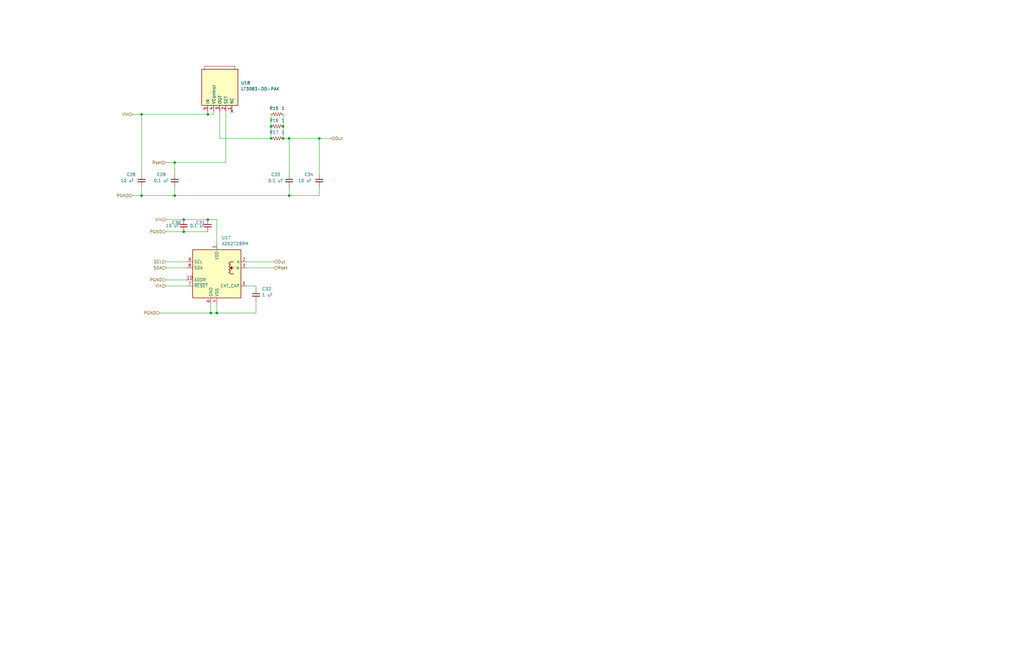
<source format=kicad_sch>
(kicad_sch (version 20211123) (generator eeschema)
  (paper "B")
  (title_block (title "BUM2 LED Controller") (date "2023-01-10") (rev "A"))
  (lib_symbols
    (symbol "BUMP-Strobe-rescue:C_Small-SPC-Control-rescue-DeathStar-rescue" (pin_numbers hide) (pin_names (offset 0.254) hide)
      (property "Reference" "C" (at 0.254 1.778 0))
      (property "Value" "C_Small-SPC-Control-rescue-DeathStar-rescue" (at 0.254 -2.032 0))
      (symbol "C_Small-SPC-Control-rescue-DeathStar-rescue_0_1"
        (polyline (pts (xy -1.524 -0.508) (xy 1.524 -0.508)) (stroke (width 0.3302)))
        (polyline (pts (xy -1.524 0.508) (xy 1.524 0.508)) (stroke (width 0.3048)))
      )
      (symbol "C_Small-SPC-Control-rescue-DeathStar-rescue_1_1"
        (pin passive line (at 0 2.54 270) (length 2.032) (name "~") (number "1"))
        (pin passive line (at 0 -2.54 90) (length 2.032) (name "~") (number "2"))
      )
    )
    (symbol "Device:C_Small" (pin_numbers hide) (pin_names (offset 0.254) hide)
      (property "Reference" "C" (at 0.254 1.778 0))
      (property "Value" "C_Small" (at 0.254 -2.032 0))
      (symbol "C_Small_0_1"
        (polyline (pts (xy -1.524 -0.508) (xy 1.524 -0.508)) (stroke (width 0.3302)))
        (polyline (pts (xy -1.524 0.508) (xy 1.524 0.508)) (stroke (width 0.3048)))
      )
      (symbol "C_Small_1_1"
        (pin passive line (at 0 2.54 270) (length 2.032) (name "~") (number "1"))
        (pin passive line (at 0 -2.54 90) (length 2.032) (name "~") (number "2"))
      )
    )
    (symbol "Dual-Mag-Camera-Control-rescue:C_Small-SPC-Control-rescue" (pin_numbers hide) (pin_names (offset 0.254) hide)
      (property "Reference" "C" (at 0.254 1.778 0))
      (property "Value" "C_Small-SPC-Control-rescue" (at 0.254 -2.032 0))
      (symbol "C_Small-SPC-Control-rescue_0_1"
        (polyline (pts (xy -1.524 -0.508) (xy 1.524 -0.508)) (stroke (width 0.3302)))
        (polyline (pts (xy -1.524 0.508) (xy 1.524 0.508)) (stroke (width 0.3048)))
      )
      (symbol "C_Small-SPC-Control-rescue_1_1"
        (pin passive line (at 0 2.54 270) (length 2.032) (name "~") (number "1"))
        (pin passive line (at 0 -2.54 90) (length 2.032) (name "~") (number "2"))
      )
    )
    (symbol "Potentiometer_Digital:AD5272BRM"
      (property "Reference" "U" (at -10.16 11.43 0))
      (property "Value" "AD5272BRM" (at 2.54 11.43 0))
      (symbol "AD5272BRM_0_1"
        (rectangle (start -10.16 10.16) (end 10.16 -10.16) (stroke (width 0.254)) (fill (type background)))
        (polyline (pts (xy 6.985 2.54) (xy 6.35 2.54) (xy 5.715 2.54) (xy 6.35 3.175) (xy 6.35 1.905) (xy 5.715 2.54)) (stroke (width 0.254)) (fill (type outline)))
        (polyline (pts (xy 6.985 5.08) (xy 5.715 5.08) (xy 5.08 4.445) (xy 5.715 3.81) (xy 5.08 3.175) (xy 5.715 2.54) (xy 5.08 1.905) (xy 5.715 1.27) (xy 5.08 0.635) (xy 5.715 0) (xy 6.985 0)) (stroke (width 0.254)))
      )
      (symbol "AD5272BRM_1_1"
        (pin power_in line (at 0 12.7 270) (length 2.54) (name "VDD") (number "1"))
        (pin passive line (at -12.7 -2.54 0) (length 2.54) (name "ADDR") (number "10"))
        (pin passive line (at 12.7 5.08 180) (length 2.54) (name "A") (number "2"))
        (pin passive line (at 12.7 2.54 180) (length 2.54) (name "W") (number "3"))
        (pin power_in line (at 0 -12.7 90) (length 2.54) (name "VSS") (number "4"))
        (pin passive line (at 12.7 -5.08 180) (length 2.54) (name "EXT_CAP") (number "5"))
        (pin power_in line (at -2.54 -12.7 90) (length 2.54) (name "GND") (number "6"))
        (pin input line (at -12.7 -5.08 0) (length 2.54) (name "~{RESET}") (number "7"))
        (pin bidirectional line (at -12.7 2.54 0) (length 2.54) (name "SDA") (number "8"))
        (pin input line (at -12.7 5.08 0) (length 2.54) (name "SCL") (number "9"))
      )
    )
    (symbol "ProjectDevices:LT3083-DD-PAK"
      (property "Reference" "U" (at 0 -10.16 0))
      (property "Value" "LT3083-DD-PAK" (at 0 8.89 0))
      (symbol "LT3083-DD-PAK_0_1"
        (polyline (pts (xy -7.62 6.35) (xy -8.89 6.35) (xy -8.89 -6.35) (xy -7.62 -6.35)))
      )
      (symbol "LT3083-DD-PAK_1_1"
        (rectangle (start -7.62 7.62) (end 7.62 -7.62) (stroke (width 0.254)) (fill (type background)))
        (pin bidirectional line (at 10.16 -5.08 180) (length 2.54) (name "NC") (number "1"))
        (pin bidirectional line (at 10.16 -2.54 180) (length 2.54) (name "SET") (number "2"))
        (pin bidirectional line (at 10.16 0 180) (length 2.54) (name "OUT") (number "3"))
        (pin bidirectional line (at 10.16 2.54 180) (length 2.54) (name "VControl") (number "4"))
        (pin bidirectional line (at 10.16 5.08 180) (length 2.54) (name "IN") (number "5"))
      )
    )
    (symbol "ProjectDevices:Resistor_Small" (pin_numbers hide) (pin_names (offset 0.254) hide)
      (property "Reference" "R" (at 0.762 0.508 0))
      (property "Value" "Resistor_Small" (at 0.762 -1.016 0))
      (symbol "Resistor_Small_0_1"
        (polyline (pts (xy 0 -1.778) (xy -0.762 -1.524) (xy 0.762 -1.016) (xy -0.762 -0.508) (xy 0.762 0) (xy -0.762 0.508) (xy 0.762 1.016) (xy -0.762 1.524) (xy 0 1.778)))
      )
      (symbol "Resistor_Small_1_1"
        (pin passive line (at 0 2.54 270) (length 0.762) (name "~") (number "1"))
        (pin passive line (at 0 -2.54 90) (length 0.762) (name "~") (number "2"))
      )
    )
  )
  (junction (at 77.47 92.71))
  (junction (at 121.92 82.55))
  (junction (at 88.9 132.08))
  (junction (at 59.69 82.55))
  (junction (at 87.63 48.26))
  (junction (at 91.44 132.08))
  (junction (at 121.92 58.42))
  (junction (at 59.69 48.26))
  (junction (at 77.47 97.79))
  (junction (at 73.66 82.55))
  (junction (at 87.63 92.71))
  (junction (at 73.66 68.58))
  (junction (at 114.3 58.42))
  (junction (at 134.62 58.42))
  (junction (at 114.3 53.34))
  (junction (at 119.38 58.42))
  (junction (at 119.38 53.34))
  (no_connect (at 97.79 46.99))
  (wire (pts (xy 104.14 110.49) (xy 115.57 110.49)))
  (wire (pts (xy 119.38 48.26) (xy 119.38 53.34)))
  (wire (pts (xy 69.85 110.49) (xy 78.74 110.49)))
  (wire (pts (xy 114.3 48.26) (xy 114.3 53.34)))
  (wire (pts (xy 87.63 48.26) (xy 87.63 46.99)))
  (wire (pts (xy 73.66 68.58) (xy 69.85 68.58)))
  (wire (pts (xy 121.92 73.66) (xy 121.92 58.42)))
  (wire (pts (xy 77.47 97.79) (xy 87.63 97.79)))
  (wire (pts (xy 121.92 82.55) (xy 121.92 78.74)))
  (wire (pts (xy 121.92 82.55) (xy 134.62 82.55)))
  (wire (pts (xy 91.44 92.71) (xy 91.44 102.87)))
  (wire (pts (xy 91.44 128.27) (xy 91.44 132.08)))
  (wire (pts (xy 69.85 118.11) (xy 78.74 118.11)))
  (wire (pts (xy 88.9 128.27) (xy 88.9 132.08)))
  (wire (pts (xy 107.95 127) (xy 107.95 132.08)))
  (wire (pts (xy 104.14 113.03) (xy 115.57 113.03)))
  (wire (pts (xy 107.95 120.65) (xy 107.95 121.92)))
  (wire (pts (xy 104.14 120.65) (xy 107.95 120.65)))
  (wire (pts (xy 69.85 113.03) (xy 78.74 113.03)))
  (wire (pts (xy 87.63 92.71) (xy 91.44 92.71)))
  (wire (pts (xy 119.38 58.42) (xy 121.92 58.42)))
  (wire (pts (xy 73.66 82.55) (xy 121.92 82.55)))
  (wire (pts (xy 67.31 132.08) (xy 88.9 132.08)))
  (wire (pts (xy 69.85 120.65) (xy 78.74 120.65)))
  (wire (pts (xy 55.88 82.55) (xy 59.69 82.55)))
  (wire (pts (xy 59.69 48.26) (xy 87.63 48.26)))
  (wire (pts (xy 59.69 82.55) (xy 73.66 82.55)))
  (wire (pts (xy 95.25 46.99) (xy 95.25 68.58)))
  (wire (pts (xy 134.62 73.66) (xy 134.62 58.42)))
  (wire (pts (xy 59.69 78.74) (xy 59.69 82.55)))
  (wire (pts (xy 77.47 92.71) (xy 87.63 92.71)))
  (wire (pts (xy 119.38 53.34) (xy 119.38 58.42)))
  (wire (pts (xy 121.92 58.42) (xy 134.62 58.42)))
  (wire (pts (xy 69.85 97.79) (xy 77.47 97.79)))
  (wire (pts (xy 134.62 58.42) (xy 139.7 58.42)))
  (wire (pts (xy 107.95 132.08) (xy 91.44 132.08)))
  (wire (pts (xy 134.62 82.55) (xy 134.62 78.74)))
  (wire (pts (xy 73.66 68.58) (xy 73.66 73.66)))
  (wire (pts (xy 59.69 73.66) (xy 59.69 48.26)))
  (wire (pts (xy 87.63 48.26) (xy 90.17 48.26)))
  (wire (pts (xy 92.71 58.42) (xy 114.3 58.42)))
  (wire (pts (xy 69.85 92.71) (xy 77.47 92.71)))
  (wire (pts (xy 114.3 53.34) (xy 114.3 58.42)))
  (wire (pts (xy 73.66 82.55) (xy 73.66 78.74)))
  (wire (pts (xy 88.9 132.08) (xy 91.44 132.08)))
  (wire (pts (xy 55.88 48.26) (xy 59.69 48.26)))
  (wire (pts (xy 90.17 46.99) (xy 90.17 48.26)))
  (wire (pts (xy 92.71 46.99) (xy 92.71 58.42)))
  (wire (pts (xy 73.66 68.58) (xy 95.25 68.58)))
  (hierarchical_label "Rset" (shape input) (at 69.85 68.58 180))
  (hierarchical_label "PGND" (shape input) (at 67.31 132.08 180))
  (hierarchical_label "PGND" (shape input) (at 55.88 82.55 180))
  (hierarchical_label "Rset" (shape input) (at 115.57 113.03 0))
  (hierarchical_label "Out" (shape input) (at 139.7 58.42 0))
  (hierarchical_label "Out" (shape input) (at 115.57 110.49 0))
  (hierarchical_label "SCL" (shape input) (at 69.85 110.49 180))
  (hierarchical_label "Vin" (shape input) (at 69.85 120.65 180))
  (hierarchical_label "PGND" (shape input) (at 69.85 118.11 180))
  (hierarchical_label "Vin" (shape input) (at 55.88 48.26 180))
  (hierarchical_label "Vin" (shape input) (at 69.85 92.71 180))
  (hierarchical_label "PGND" (shape input) (at 69.85 97.79 180))
  (hierarchical_label "SDA" (shape input) (at 69.85 113.03 180))
  (symbol (lib_id "Dual-Mag-Camera-Control-rescue:C_Small-SPC-Control-rescue") (at 107.95 124.46 0) (unit 1)
    (property "Reference" "C32" (at 110.49 121.92 0) (effects (justify left)))
    (property "Value" "1 uF" (at 110.49 124.46 0) (effects (justify left)))
    (property "Footprint" "Capacitor_SMD:C_0805_2012Metric" (effects hide))
    (property "Datasheet" "https://www.yageo.com/upload/media/product/productsearch/datasheet/mlcc/UPY-GPHC_X7R_6.3V-to-50V_18.pdf" (effects hide))
    (property "Part Number" "311-3498-1-ND" (effects hide))
    (property "Supplier" "Digikey" (effects hide))
    (property "Link" "https://www.digikey.com/product-detail/en/yageo/CC0805JKX7R9BB105/311-3498-1-ND/7164519" (effects hide))
  )
  (symbol (lib_id "ProjectDevices:LT3083-DD-PAK") (at 92.71 36.83 90) (mirror x) (unit 1)
    (property "Reference" "U18" (at 101.6 34.9884 90) (effects (justify right)))
    (property "Value" "LT3083-DD-PAK" (at 101.6 37.5284 90) (effects (justify right)))
    (property "Footprint" "Package_TO_SOT_SMD:TO-263-5_TabPin3" (effects hide))
    (property "Datasheet" "https://www.analog.com/media/en/technical-documentation/data-sheets/3083fa.pdf" (effects hide))
    (property "Part Number" "LT3083EQ#TRPBFCT-ND" (effects hide))
    (property "Supplier" "Digikey" (effects hide))
    (property "Link" "https://www.digikey.com/en/products/detail/analog-devices-inc/LT3083EQ-TRPBF/2620234" (effects hide))
  )
  (symbol (lib_id "BUMP-Strobe-rescue:C_Small-SPC-Control-rescue-DeathStar-rescue") (at 87.63 95.25 0) (unit 1)
    (property "Reference" "C31" (at 82.55 93.98 0) (effects (justify left)))
    (property "Value" "0.1 uF" (at 80.01 95.25 0) (effects (justify left)))
    (property "Footprint" "Capacitor_SMD:C_0603_1608Metric" (effects hide))
    (property "Datasheet" "https://www.murata.com/~/media/webrenewal/support/library/catalog/products/capacitor/mlcc/c02e.ashx?la=en-us" (effects hide))
    (property "Part Number" "490-3285-1-ND" (effects hide))
    (property "Supplier" "Digikey" (effects hide))
    (property "Link" "https://www.digikey.com/product-detail/en/murata-electronics-north-america/GRM188R72A104KA35D/490-3285-1-ND/702826" (effects hide))
  )
  (symbol (lib_id "ProjectDevices:Resistor_Small") (at 116.84 58.42 270) (unit 1)
    (property "Reference" "R17" (at 115.57 55.88 90))
    (property "Value" "1" (at 119.38 55.88 90))
    (property "Footprint" "Resistor_SMD:R_1218_3246Metric" (effects hide))
    (property "Datasheet" "https://www.vishay.com/docs/20043/crcwhpe3.pdf" (effects hide))
    (property "Part Number" "541-1.00ANCT-ND" (effects hide))
    (property "Supplier" "Digikey" (effects hide))
    (property "Link" "https://www.digikey.com/en/products/detail/vishay-dale/CRCW12181R00FKEKHP/5078773?s=N4IgjCBcoExaBjKAzAhgGwM4FMA0IB7KAbRAFYyAOAdgBYR9aBOS2yhkW6spsjsGALBMQAXXwAHAC5QQAZSkAnAJYA7AOYgAvvjAA2eCCSQ0WPIRIhWZatTGSZkeUrWadIGAAZKfaEZQYOPhEkKRgAAQA8gAWALaY9iDSsgCqqspSkcgAstiomACuitja%2BAC0cH7GSgXmIaR8olrulaQI0coS4cWYyphSBIpiWkA" (effects hide))
  )
  (symbol (lib_id "ProjectDevices:Resistor_Small") (at 116.84 53.34 270) (unit 1)
    (property "Reference" "R16" (at 115.57 50.8 90))
    (property "Value" "1" (at 119.38 50.8 90))
    (property "Footprint" "Resistor_SMD:R_1218_3246Metric" (effects hide))
    (property "Datasheet" "https://www.vishay.com/docs/20043/crcwhpe3.pdf" (effects hide))
    (property "Part Number" "541-1.00ANCT-ND" (effects hide))
    (property "Supplier" "Digikey" (effects hide))
    (property "Link" "https://www.digikey.com/en/products/detail/vishay-dale/CRCW12181R00FKEKHP/5078773?s=N4IgjCBcoExaBjKAzAhgGwM4FMA0IB7KAbRAFYyAOAdgBYR9aBOS2yhkW6spsjsGALBMQAXXwAHAC5QQAZSkAnAJYA7AOYgAvvjAA2eCCSQ0WPIRIhWZatTGSZkeUrWadIGAAZKfaEZQYOPhEkKRgAAQA8gAWALaY9iDSsgCqqspSkcgAstiomACuitja%2BAC0cH7GSgXmIaR8olrulaQI0coS4cWYyphSBIpiWkA" (effects hide))
  )
  (symbol (lib_id "Potentiometer_Digital:AD5272BRM") (at 91.44 115.57 0) (unit 1)
    (property "Reference" "U17" (at 93.4594 100.33 0) (effects (justify left)))
    (property "Value" "AD5272BRM" (at 93.4594 102.87 0) (effects (justify left)))
    (property "Footprint" "Package_SO:MSOP-10_3x3mm_P0.5mm" (effects hide))
    (property "Datasheet" "https://www.analog.com/media/en/technical-documentation/data-sheets/AD5272_5274.pdf" (effects hide))
  )
  (symbol (lib_id "ProjectDevices:Resistor_Small") (at 116.84 48.26 270) (unit 1)
    (property "Reference" "R15" (at 115.57 45.72 90))
    (property "Value" "1" (at 119.38 45.72 90))
    (property "Footprint" "Resistor_SMD:R_1218_3246Metric" (effects hide))
    (property "Datasheet" "https://www.vishay.com/docs/20043/crcwhpe3.pdf" (effects hide))
    (property "Part Number" "541-1.00ANCT-ND" (effects hide))
    (property "Supplier" "Digikey" (effects hide))
    (property "Link" "https://www.digikey.com/en/products/detail/vishay-dale/CRCW12181R00FKEKHP/5078773?s=N4IgjCBcoExaBjKAzAhgGwM4FMA0IB7KAbRAFYyAOAdgBYR9aBOS2yhkW6spsjsGALBMQAXXwAHAC5QQAZSkAnAJYA7AOYgAvvjAA2eCCSQ0WPIRIhWZatTGSZkeUrWadIGAAZKfaEZQYOPhEkKRgAAQA8gAWALaY9iDSsgCqqspSkcgAstiomACuitja%2BAC0cH7GSgXmIaR8olrulaQI0coS4cWYyphSBIpiWkA" (effects hide))
  )
  (symbol (lib_id "Device:C_Small") (at 77.47 95.25 0) (unit 1)
    (property "Reference" "C30" (at 72.39 93.98 0) (effects (justify left)))
    (property "Value" "10 uF" (at 69.85 95.25 0) (effects (justify left)))
    (property "Footprint" "Capacitor_SMD:C_1206_3216Metric" (effects hide))
    (property "Datasheet" "http://search.murata.co.jp/Ceramy/image/img/A01X/G101/ENG/GRM21BR61E106MA73-01.pdf" (effects hide))
    (property "Part Number" "490-10748-1-ND" (effects hide))
    (property "Supplier" "Digikey" (effects hide))
    (property "Link" "https://www.digikey.com/product-detail/en/murata-electronics-north-america/GRM21BR61E106MA73L/490-10748-1-ND/5251352" (effects hide))
  )
  (symbol (lib_id "BUMP-Strobe-rescue:C_Small-SPC-Control-rescue-DeathStar-rescue") (at 73.66 76.2 0) (unit 1)
    (property "Reference" "C29" (at 66.04 73.66 0) (effects (justify left)))
    (property "Value" "0.1 uF" (at 64.77 76.2 0) (effects (justify left)))
    (property "Footprint" "Capacitor_SMD:C_0603_1608Metric" (effects hide))
    (property "Datasheet" "https://www.murata.com/~/media/webrenewal/support/library/catalog/products/capacitor/mlcc/c02e.ashx?la=en-us" (effects hide))
    (property "Part Number" "490-3285-1-ND" (effects hide))
    (property "Supplier" "Digikey" (effects hide))
    (property "Link" "https://www.digikey.com/product-detail/en/murata-electronics-north-america/GRM188R72A104KA35D/490-3285-1-ND/702826" (effects hide))
  )
  (symbol (lib_id "Device:C_Small") (at 134.62 76.2 0) (unit 1)
    (property "Reference" "C34" (at 128.27 73.66 0) (effects (justify left)))
    (property "Value" "10 uF" (at 125.73 76.2 0) (effects (justify left)))
    (property "Footprint" "Capacitor_SMD:C_1206_3216Metric" (effects hide))
    (property "Datasheet" "http://search.murata.co.jp/Ceramy/image/img/A01X/G101/ENG/GRM21BR61E106MA73-01.pdf" (effects hide))
    (property "Part Number" "490-10748-1-ND" (effects hide))
    (property "Supplier" "Digikey" (effects hide))
    (property "Link" "https://www.digikey.com/product-detail/en/murata-electronics-north-america/GRM21BR61E106MA73L/490-10748-1-ND/5251352" (effects hide))
  )
  (symbol (lib_id "Device:C_Small") (at 59.69 76.2 0) (unit 1)
    (property "Reference" "C28" (at 53.34 73.66 0) (effects (justify left)))
    (property "Value" "10 uF" (at 50.8 76.2 0) (effects (justify left)))
    (property "Footprint" "Capacitor_SMD:C_1206_3216Metric" (effects hide))
    (property "Datasheet" "http://search.murata.co.jp/Ceramy/image/img/A01X/G101/ENG/GRM21BR61E106MA73-01.pdf" (effects hide))
    (property "Part Number" "490-10748-1-ND" (effects hide))
    (property "Supplier" "Digikey" (effects hide))
    (property "Link" "https://www.digikey.com/product-detail/en/murata-electronics-north-america/GRM21BR61E106MA73L/490-10748-1-ND/5251352" (effects hide))
  )
  (symbol (lib_id "BUMP-Strobe-rescue:C_Small-SPC-Control-rescue-DeathStar-rescue") (at 121.92 76.2 0) (unit 1)
    (property "Reference" "C33" (at 114.3 73.66 0) (effects (justify left)))
    (property "Value" "0.1 uF" (at 113.03 76.2 0) (effects (justify left)))
    (property "Footprint" "Capacitor_SMD:C_0603_1608Metric" (effects hide))
    (property "Datasheet" "https://www.murata.com/~/media/webrenewal/support/library/catalog/products/capacitor/mlcc/c02e.ashx?la=en-us" (effects hide))
    (property "Part Number" "490-3285-1-ND" (effects hide))
    (property "Supplier" "Digikey" (effects hide))
    (property "Link" "https://www.digikey.com/product-detail/en/murata-electronics-north-america/GRM188R72A104KA35D/490-3285-1-ND/702826" (effects hide))
  )
)
</source>
